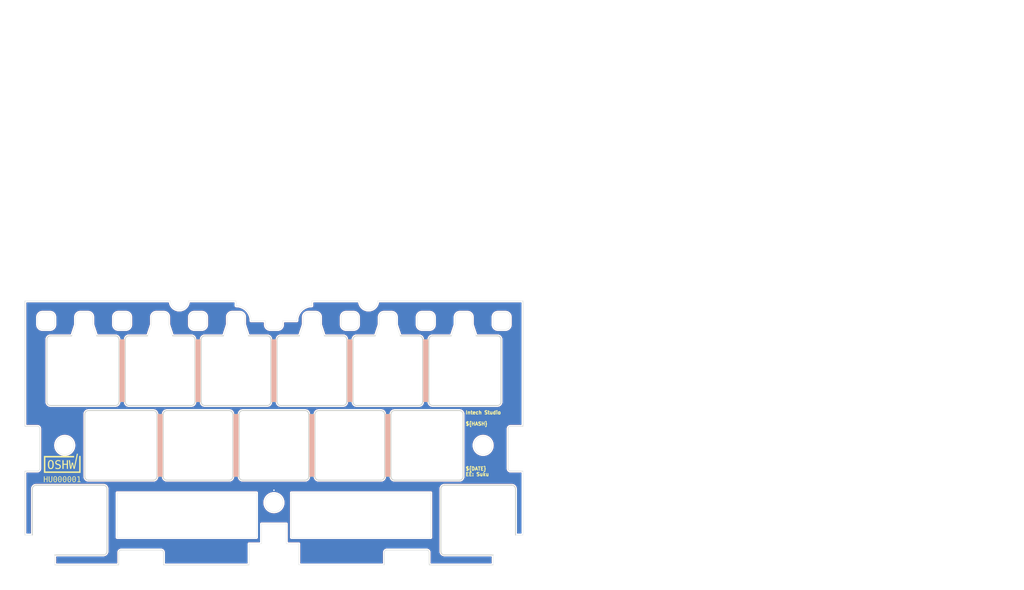
<source format=kicad_pcb>
(kicad_pcb (version 20241229) (generator "pcbnew") (generator_version "9.0")
  (layers (0 "F.Cu" signal) (2 "B.Cu" signal) (13 "F.Paste" user) (15 "B.Paste" user) (5 "F.SilkS" user "F.Silkscreen") (7 "B.SilkS" user "B.Silkscreen") (1 "F.Mask" user) (3 "B.Mask" user) (25 "Edge.Cuts" user))
  (net 0 "")
  (net 1 "GND")
  (footprint "suku_basics:OSHWA" (layer "F.Cu") (at 57.5 130.6)
    (property "Reference" "LOGO701" (hide yes))
    (property "Value" "OSHWA" (hide yes))
  )
  (gr_rect (start 107 119.7499) (end 108.24 132.2499) (stroke (width 0.05)) (fill yes) (layer "F.SilkS"))
  (gr_rect (start 114.62 104.75) (end 115.86 117.25) (stroke (width 0.05)) (fill yes) (layer "F.SilkS"))
  (gr_rect (start 129.86 104.75) (end 131.1 117.25) (stroke (width 0.05)) (fill yes) (layer "F.SilkS"))
  (gr_rect (start 68.9 104.75) (end 70.14 117.25) (stroke (width 0.05)) (fill yes) (layer "F.SilkS"))
  (gr_rect (start 84.14 104.75) (end 85.38 117.25) (stroke (width 0.05)) (fill yes) (layer "F.SilkS"))
  (gr_rect (start 91.76 119.75) (end 93 132.25) (stroke (width 0.05)) (fill yes) (layer "F.SilkS"))
  (gr_rect (start 99.38 104.75) (end 100.62 117.25) (stroke (width 0.05)) (fill yes) (layer "F.SilkS"))
  (gr_rect (start 76.52 119.7499) (end 77.76 132.2499) (stroke (width 0.05)) (fill yes) (layer "F.SilkS"))
  (gr_rect (start 122.24 119.75) (end 123.48 132.25) (stroke (width 0.05)) (fill yes) (layer "F.SilkS"))
  (gr_rect (start 114.62 104.75) (end 115.86 117.25) (stroke (width 0.05)) (fill yes) (layer "B.SilkS"))
  (gr_rect (start 76.52 119.7499) (end 77.76 132.2499) (stroke (width 0.05)) (fill yes) (layer "B.SilkS"))
  (gr_rect (start 99.38 104.75) (end 100.62 117.25) (stroke (width 0.05)) (fill yes) (layer "B.SilkS"))
  (gr_rect (start 68.9 104.75) (end 70.14 117.25) (stroke (width 0.05)) (fill yes) (layer "B.SilkS"))
  (gr_rect (start 129.86 104.75) (end 131.1 117.25) (stroke (width 0.05)) (fill yes) (layer "B.SilkS"))
  (gr_rect (start 107 119.7499) (end 108.24 132.2499) (stroke (width 0.05)) (fill yes) (layer "B.SilkS"))
  (gr_rect (start 122.24 119.75) (end 123.48 132.25) (stroke (width 0.05)) (fill yes) (layer "B.SilkS"))
  (gr_rect (start 84.14 104.75) (end 85.38 117.25) (stroke (width 0.05)) (fill yes) (layer "B.SilkS"))
  (gr_rect (start 91.76 119.75) (end 93 132.25) (stroke (width 0.05)) (fill yes) (layer "B.SilkS"))
  (gr_line (start 62.02 132.25) (end 62.02 119.75) (stroke (width 0.2)) (layer "Edge.Cuts"))
  (gr_arc (start 100.62 104.75) (mid 100.839677 104.219677) (end 101.37 104) (stroke (width 0.2)) (layer "Edge.Cuts"))
  (gr_line (start 106.25 119) (end 93.75 119) (stroke (width 0.2)) (layer "Edge.Cuts"))
  (gr_line (start 109.37 100.25) (end 109.37 101.75) (stroke (width 0.05)) (layer "Edge.Cuts"))
  (gr_line (start 52.53 101.749999) (end 52.53 100.249999) (stroke (width 0.05)) (layer "Edge.Cuts"))
  (gr_line (start 55.15 118) (end 68.15 118) (stroke (width 0.2)) (layer "Edge.Cuts"))
  (gr_arc (start 124.23 133) (mid 123.699695 132.78032) (end 123.48 132.25) (stroke (width 0.2)) (layer "Edge.Cuts"))
  (gr_arc (start 136.35 100.25) (mid 136.642893 99.542893) (end 137.35 99.25) (stroke (width 0.05)) (layer "Edge.Cuts"))
  (gr_arc (start 68.15 104) (mid 68.680355 104.21966) (end 68.9 104.75) (stroke (width 0.2)) (layer "Edge.Cuts"))
  (gr_line (start 146.47 102.75) (end 144.97 102.75) (stroke (width 0.05)) (layer "Edge.Cuts"))
  (gr_line (start 63.65 100.25) (end 63.65 101.75) (stroke (width 0.05)) (layer "Edge.Cuts"))
  (gr_arc (start 131.23 99.25) (mid 131.937107 99.542893) (end 132.23 100.25) (stroke (width 0.05)) (layer "Edge.Cuts"))
  (gr_line (start 85.38 117.25) (end 85.38 104.75) (stroke (width 0.2)) (layer "Edge.Cuts"))
  (gr_line (start 101.75 101) (end 101.75 101.75) (stroke (width 0.05)) (layer "Edge.Cuts"))
  (gr_arc (start 51.5 134.75) (mid 51.71968 134.219695) (end 52.25 134) (stroke (width 0.2)) (layer "Edge.Cuts"))
  (gr_line (start 132.23 100.25) (end 132.23 101.75) (stroke (width 0.05)) (layer "Edge.Cuts"))
  (gr_line (start 140.6 104) (end 139.85 101.75) (stroke (width 0.05)) (layer "Edge.Cuts"))
  (gr_line (start 129.11 104) (end 125.36 104) (stroke (width 0.2)) (layer "Edge.Cuts"))
  (gr_line (start 99.38 104.75) (end 99.38 117.25) (stroke (width 0.2)) (layer "Edge.Cuts"))
  (gr_circle (center 58 126) (end 59.85 126) (stroke (width 0.05)) (fill no) (layer "Edge.Cuts"))
  (gr_line (start 95.000001 145.750001) (end 95 150) (stroke (width 0.05)) (layer "Edge.Cuts"))
  (gr_line (start 106.87 99.25) (end 108.37 99.25) (stroke (width 0.05)) (layer "Edge.Cuts"))
  (gr_line (start 79.64 104) (end 78.89 101.75) (stroke (width 0.05)) (layer "Edge.Cuts"))
  (gr_line (start 134.2501 134) (end 147.75 134) (stroke (width 0.2)) (layer "Edge.Cuts"))
  (gr_line (start 76.39 99.25) (end 77.89 99.25) (stroke (width 0.05)) (layer "Edge.Cuts"))
  (gr_arc (start 91.01 119) (mid 91.540355 119.21966) (end 91.76 119.75) (stroke (width 0.2)) (layer "Edge.Cuts"))
  (gr_line (start 128.73 101.75) (end 128.73 100.25) (stroke (width 0.05)) (layer "Edge.Cuts"))
  (gr_line (start 137.23 119) (end 124.23 119) (stroke (width 0.2)) (layer "Edge.Cuts"))
  (gr_arc (start 132.23 101.75) (mid 131.937107 102.457107) (end 131.23 102.75) (stroke (width 0.05)) (layer "Edge.Cuts"))
  (gr_line (start 56.03 100.249999) (end 56.03 101.749999) (stroke (width 0.05)) (layer "Edge.Cuts"))
  (gr_arc (start 143.97 100.25) (mid 144.262893 99.542893) (end 144.97 99.25) (stroke (width 0.05)) (layer "Edge.Cuts"))
  (gr_line (start 83.39 118) (end 70.8901 118) (stroke (width 0.2)) (layer "Edge.Cuts"))
  (gr_line (start 55.15 104) (end 59.4 104) (stroke (width 0.2)) (layer "Edge.Cuts"))
  (gr_arc (start 98.63 104) (mid 99.160355 104.21966) (end 99.38 104.75) (stroke (width 0.2)) (layer "Edge.Cuts"))
  (gr_line (start 136.35 101.75) (end 136.35 100.25) (stroke (width 0.05)) (layer "Edge.Cuts"))
  (gr_line (start 96.5 135.5) (end 68.5 135.5) (stroke (width 0.05)) (layer "Edge.Cuts"))
  (gr_arc (start 123.48 119.75) (mid 123.699677 119.219677) (end 124.23 119) (stroke (width 0.2)) (layer "Edge.Cuts"))
  (gr_line (start 107.62 97) (end 117.15 97) (stroke (width 0.05)) (layer "Edge.Cuts"))
  (gr_line (start 129.73 99.25) (end 131.23 99.25) (stroke (width 0.05)) (layer "Edge.Cuts"))
  (gr_line (start 116.99 100.25) (end 116.99 101.75) (stroke (width 0.05)) (layer "Edge.Cuts"))
  (gr_line (start 68.83 150) (end 56 150) (stroke (width 0.1)) (layer "Edge.Cuts"))
  (gr_line (start 131.5 135.5) (end 103.5 135.5) (stroke (width 0.05)) (layer "Edge.Cuts"))
  (gr_arc (start 55.15 118) (mid 54.619695 117.78032) (end 54.4 117.25) (stroke (width 0.2)) (layer "Edge.Cuts"))
  (gr_arc (start 116.99 101.75) (mid 116.697107 102.457107) (end 115.99 102.75) (stroke (width 0.05)) (layer "Edge.Cuts"))
  (gr_line (start 130.67 147) (end 122.67 147) (stroke (width 0.1)) (layer "Edge.Cuts"))
  (gr_arc (start 113.49 100.25) (mid 113.782893 99.542893) (end 114.49 99.25) (stroke (width 0.05)) (layer "Edge.Cuts"))
  (gr_line (start 102.5 141.75) (end 102.5 145.75) (stroke (width 0.05)) (layer "Edge.Cuts"))
  (gr_line (start 65.7501 148) (end 56 148) (stroke (width 0.2)) (layer "Edge.Cuts"))
  (gr_line (start 120.36 104) (end 121.11 101.75) (stroke (width 0.05)) (layer "Edge.Cuts"))
  (gr_arc (start 55.03 99.249999) (mid 55.737107 99.542892) (end 56.03 100.249999) (stroke (width 0.05)) (layer "Edge.Cuts"))
  (gr_arc (start 106.25 119) (mid 106.780355 119.21966) (end 107 119.75) (stroke (width 0.2)) (layer "Edge.Cuts"))
  (gr_line (start 66.5 147.25) (end 66.5 134.75) (stroke (width 0.2)) (layer "Edge.Cuts"))
  (gr_arc (start 147 122.67) (mid 147.146447 122.316447) (end 147.5 122.17) (stroke (width 0.1)) (layer "Edge.Cuts"))
  (gr_line (start 92.38 97) (end 92.38 98) (stroke (width 0.05)) (layer "Edge.Cuts"))
  (gr_line (start 150 97) (end 120.85 97) (stroke (width 0.05)) (layer "Edge.Cuts"))
  (gr_arc (start 129.86 117.25) (mid 129.640337 117.780337) (end 129.11 118) (stroke (width 0.2)) (layer "Edge.Cuts"))
  (gr_arc (start 62.02 119.75) (mid 62.239677 119.219677) (end 62.77 119) (stroke (width 0.2)) (layer "Edge.Cuts"))
  (gr_line (start 56 150) (end 56 148) (stroke (width 0.05)) (layer "Edge.Cuts"))
  (gr_arc (start 53 130.67) (mid 52.853553 131.023553) (end 52.5 131.17) (stroke (width 0.1)) (layer "Edge.Cuts"))
  (gr_line (start 144.8501 104) (end 140.6 104) (stroke (width 0.2)) (layer "Edge.Cuts"))
  (gr_line (start 133.5 147.25) (end 133.5 134.7501) (stroke (width 0.2)) (layer "Edge.Cuts"))
  (gr_arc (start 53.53 102.749999) (mid 52.822893 102.457106) (end 52.53 101.749999) (stroke (width 0.05)) (layer "Edge.Cuts"))
  (gr_line (start 129.86 104.75) (end 129.86 117.25) (stroke (width 0.2)) (layer "Edge.Cuts"))
  (gr_line (start 101.37 104) (end 105.12 104) (stroke (width 0.2)) (layer "Edge.Cuts"))
  (gr_line (start 79.15 97) (end 50 97) (stroke (width 0.05)) (layer "Edge.Cuts"))
  (gr_line (start 62.7701 133) (end 75.77 133) (stroke (width 0.2)) (layer "Edge.Cuts"))
  (gr_arc (start 90.63 100.25) (mid 90.922893 99.542893) (end 91.63 99.25) (stroke (width 0.05)) (layer "Edge.Cuts"))
  (gr_line (start 90.63 101.75) (end 90.63 100.25) (stroke (width 0.05)) (layer "Edge.Cuts"))
  (gr_arc (start 137.23 119) (mid 137.760355 119.21966) (end 137.98 119.75) (stroke (width 0.2)) (layer "Edge.Cuts"))
  (gr_arc (start 91.76 132.25) (mid 91.540337 132.780337) (end 91.01 133) (stroke (width 0.2)) (layer "Edge.Cuts"))
  (gr_line (start 116.61 104) (end 120.36 104) (stroke (width 0.2)) (layer "Edge.Cuts"))
  (gr_arc (start 115.99 99.25) (mid 116.697107 99.542893) (end 116.99 100.25) (stroke (width 0.05)) (layer "Edge.Cuts"))
  (gr_line (start 70.14 117.25) (end 70.14 104.75) (stroke (width 0.2)) (layer "Edge.Cuts"))
  (gr_arc (start 146.47 99.25) (mid 147.177107 99.542893) (end 147.47 100.25) (stroke (width 0.05)) (layer "Edge.Cuts"))
  (gr_line (start 86.13 104) (end 89.88 104) (stroke (width 0.2)) (layer "Edge.Cuts"))
  (gr_arc (start 56.03 101.749999) (mid 55.737107 102.457106) (end 55.03 102.749999) (stroke (width 0.05)) (layer "Edge.Cuts"))
  (gr_line (start 83.01 101.75) (end 83.01 100.25) (stroke (width 0.05)) (layer "Edge.Cuts"))
  (gr_arc (start 107 132.25) (mid 106.780337 132.780337) (end 106.25 133) (stroke (width 0.2)) (layer "Edge.Cuts"))
  (gr_line (start 84.14 104.75) (end 84.14 117.25) (stroke (width 0.2)) (layer "Edge.Cuts"))
  (gr_line (start 68.5 144.5) (end 96.5 144.5) (stroke (width 0.05)) (layer "Edge.Cuts"))
  (gr_line (start 147.47 100.25) (end 147.47 101.75) (stroke (width 0.05)) (layer "Edge.Cuts"))
  (gr_arc (start 67.77 100.249999) (mid 68.062893 99.542892) (end 68.77 99.249999) (stroke (width 0.05)) (layer "Edge.Cuts"))
  (gr_line (start 55.03 102.749999) (end 53.53 102.749999) (stroke (width 0.05)) (layer "Edge.Cuts"))
  (gr_arc (start 52.5 122.17) (mid 52.853553 122.316447) (end 53 122.67) (stroke (width 0.1)) (layer "Edge.Cuts"))
  (gr_arc (start 84.14 117.25) (mid 83.920337 117.780337) (end 83.39 118) (stroke (width 0.2)) (layer "Edge.Cuts"))
  (gr_line (start 75.39 101.75) (end 75.39 100.25) (stroke (width 0.05)) (layer "Edge.Cuts"))
  (gr_line (start 121.11 101.75) (end 121.11 100.25) (stroke (width 0.05)) (layer "Edge.Cuts"))
  (gr_line (start 145.6 104.75) (end 145.6 117.25) (stroke (width 0.2)) (layer "Edge.Cuts"))
  (gr_line (start 77.33 147) (end 69.33 147) (stroke (width 0.1)) (layer "Edge.Cuts"))
  (gr_line (start 101.75 101) (end 104.62 101) (stroke (width 0.05)) (layer "Edge.Cuts"))
  (gr_line (start 91.76 119.75) (end 91.76 132.25) (stroke (width 0.2)) (layer "Edge.Cuts"))
  (gr_arc (start 77.89 99.25) (mid 78.597107 99.542893) (end 78.89 100.25) (stroke (width 0.05)) (layer "Edge.Cuts"))
  (gr_line (start 137.35 99.25) (end 138.85 99.25) (stroke (width 0.05)) (layer "Edge.Cuts"))
  (gr_line (start 122.17 150) (end 104.999999 150) (stroke (width 0.05)) (layer "Edge.Cuts"))
  (gr_arc (start 75.77 119) (mid 76.300355 119.21966) (end 76.52 119.75) (stroke (width 0.2)) (layer "Edge.Cuts"))
  (gr_arc (start 85.38 104.75) (mid 85.599677 104.219677) (end 86.13 104) (stroke (width 0.2)) (layer "Edge.Cuts"))
  (gr_arc (start 104.62 101) (mid 105.49868 98.87868) (end 107.62 98) (stroke (width 0.05)) (layer "Edge.Cuts"))
  (gr_arc (start 52.53 100.249999) (mid 52.822893 99.542892) (end 53.53 99.249999) (stroke (width 0.05)) (layer "Edge.Cuts"))
  (gr_arc (start 138.85 99.25) (mid 139.557107 99.542893) (end 139.85 100.25) (stroke (width 0.05)) (layer "Edge.Cuts"))
  (gr_arc (start 131.85 118) (mid 131.319695 117.78032) (end 131.1 117.25) (stroke (width 0.2)) (layer "Edge.Cuts"))
  (gr_arc (start 99.25 102.75) (mid 98.542893 102.457107) (end 98.25 101.75) (stroke (width 0.05)) (layer "Edge.Cuts"))
  (gr_line (start 110.12 104) (end 109.37 101.75) (stroke (width 0.05)) (layer "Edge.Cuts"))
  (gr_arc (start 93 119.75) (mid 93.219677 119.219677) (end 93.75 119) (stroke (width 0.2)) (layer "Edge.Cuts"))
  (gr_line (start 93 132.25) (end 93 119.75) (stroke (width 0.2)) (layer "Edge.Cuts"))
  (gr_line (start 144.85 118) (end 131.8501 118) (stroke (width 0.2)) (layer "Edge.Cuts"))
  (gr_arc (start 144.97 102.75) (mid 144.262893 102.457107) (end 143.97 101.75) (stroke (width 0.05)) (layer "Edge.Cuts"))
  (gr_line (start 94.13 100.25) (end 94.13 101.75) (stroke (width 0.05)) (layer "Edge.Cuts"))
  (gr_line (start 137.98 119.75) (end 137.98 132.25) (stroke (width 0.2)) (layer "Edge.Cuts"))
  (gr_line (start 131.23 102.75) (end 129.73 102.75) (stroke (width 0.05)) (layer "Edge.Cuts"))
  (gr_arc (start 120.85 97) (mid 119 98.85) (end 117.15 97) (stroke (width 0.05)) (layer "Edge.Cuts"))
  (gr_line (start 94.88 104) (end 94.13 101.75) (stroke (width 0.05)) (layer "Edge.Cuts"))
  (gr_line (start 52.2501 134) (end 65.75 134) (stroke (width 0.2)) (layer "Edge.Cuts"))
  (gr_line (start 91.63 99.25) (end 93.13 99.25) (stroke (width 0.05)) (layer "Edge.Cuts"))
  (gr_line (start 98.63 104) (end 94.88 104) (stroke (width 0.2)) (layer "Edge.Cuts"))
  (gr_arc (start 128.73 100.25) (mid 129.022893 99.542893) (end 129.73 99.25) (stroke (width 0.05)) (layer "Edge.Cuts"))
  (gr_arc (start 76.52 132.25) (mid 76.300337 132.780337) (end 75.77 133) (stroke (width 0.2)) (layer "Edge.Cuts"))
  (gr_arc (start 137.98 132.25) (mid 137.760337 132.780337) (end 137.23 133) (stroke (width 0.2)) (layer "Edge.Cuts"))
  (gr_line (start 125.36 104) (end 124.61 101.75) (stroke (width 0.05)) (layer "Edge.Cuts"))
  (gr_arc (start 129.11 104) (mid 129.640355 104.21966) (end 129.86 104.75) (stroke (width 0.2)) (layer "Edge.Cuts"))
  (gr_line (start 100.62 117.25) (end 100.62 104.75) (stroke (width 0.2)) (layer "Edge.Cuts"))
  (gr_arc (start 114.62 117.25) (mid 114.400337 117.780337) (end 113.87 118) (stroke (width 0.2)) (layer "Edge.Cuts"))
  (gr_line (start 105.87 101.75) (end 105.87 100.25) (stroke (width 0.05)) (layer "Edge.Cuts"))
  (gr_line (start 59.4 104) (end 60.15 101.75) (stroke (width 0.05)) (layer "Edge.Cuts"))
  (gr_arc (start 147.5 131.17) (mid 147.146447 131.023553) (end 147 130.67) (stroke (width 0.1)) (layer "Edge.Cuts"))
  (gr_arc (start 71.27 101.749999) (mid 70.977107 102.457106) (end 70.27 102.749999) (stroke (width 0.05)) (layer "Edge.Cuts"))
  (gr_arc (start 93.13 99.25) (mid 93.837107 99.542893) (end 94.13 100.25) (stroke (width 0.05)) (layer "Edge.Cuts"))
  (gr_arc (start 108.37 99.25) (mid 109.077107 99.542893) (end 109.37 100.25) (stroke (width 0.05)) (layer "Edge.Cuts"))
  (gr_line (start 150 97) (end 150 122.17) (stroke (width 0.1)) (layer "Edge.Cuts"))
  (gr_line (start 76.52 119.75) (end 76.52 132.25) (stroke (width 0.2)) (layer "Edge.Cuts"))
  (gr_line (start 113.87 104) (end 110.12 104) (stroke (width 0.2)) (layer "Edge.Cuts"))
  (gr_arc (start 114.49 102.75) (mid 113.782893 102.457107) (end 113.49 101.75) (stroke (width 0.05)) (layer "Edge.Cuts"))
  (gr_line (start 52.5 122.17) (end 50 122.17) (stroke (width 0.1)) (layer "Edge.Cuts"))
  (gr_arc (start 129.73 102.75) (mid 129.022893 102.457107) (end 128.73 101.75) (stroke (width 0.05)) (layer "Edge.Cuts"))
  (gr_line (start 144 148) (end 144 150) (stroke (width 0.05)) (layer "Edge.Cuts"))
  (gr_arc (start 115.86 104.75) (mid 116.079677 104.219677) (end 116.61 104) (stroke (width 0.2)) (layer "Edge.Cuts"))
  (gr_arc (start 122.24 132.25) (mid 122.020337 132.780337) (end 121.49 133) (stroke (width 0.2)) (layer "Edge.Cuts"))
  (gr_arc (start 70.89 118) (mid 70.359695 117.78032) (end 70.14 117.25) (stroke (width 0.2)) (layer "Edge.Cuts"))
  (gr_arc (start 84.01 102.75) (mid 83.302893 102.457107) (end 83.01 101.75) (stroke (width 0.05)) (layer "Edge.Cuts"))
  (gr_line (start 68.83 147.5) (end 68.83 150) (stroke (width 0.1)) (layer "Edge.Cuts"))
  (gr_arc (start 54.4 104.75) (mid 54.619677 104.219677) (end 55.15 104) (stroke (width 0.2)) (layer "Edge.Cuts"))
  (gr_arc (start 70.14 104.75) (mid 70.359677 104.219677) (end 70.89 104) (stroke (width 0.2)) (layer "Edge.Cuts"))
  (gr_line (start 107.62 97) (end 107.62 98) (stroke (width 0.05)) (layer "Edge.Cuts"))
  (gr_line (start 103.5 135.5) (end 103.5 144.5) (stroke (width 0.05)) (layer "Edge.Cuts"))
  (gr_line (start 131.5 135.5) (end 131.5 144.5) (stroke (width 0.05)) (layer "Edge.Cuts"))
  (gr_line (start 139.85 100.25) (end 139.85 101.75) (stroke (width 0.05)) (layer "Edge.Cuts"))
  (gr_line (start 50 131.17) (end 52.5 131.17) (stroke (width 0.1)) (layer "Edge.Cuts"))
  (gr_arc (start 93.75 133) (mid 93.219695 132.78032) (end 93 132.25) (stroke (width 0.2)) (layer "Edge.Cuts"))
  (gr_line (start 71.27 100.249999) (end 71.27 101.749999) (stroke (width 0.05)) (layer "Edge.Cuts"))
  (gr_line (start 124.23 133) (end 137.23 133) (stroke (width 0.2)) (layer "Edge.Cuts"))
  (gr_arc (start 134.25 148) (mid 133.719663 147.780337) (end 133.5 147.25) (stroke (width 0.2)) (layer "Edge.Cuts"))
  (gr_arc (start 62.65 99.25) (mid 63.357107 99.542893) (end 63.65 100.25) (stroke (width 0.05)) (layer "Edge.Cuts"))
  (gr_line (start 129.11 118) (end 116.6101 118) (stroke (width 0.2)) (layer "Edge.Cuts"))
  (gr_line (start 89.88 104) (end 90.63 101.75) (stroke (width 0.05)) (layer "Edge.Cuts"))
  (gr_line (start 115.86 117.25) (end 115.86 104.75) (stroke (width 0.2)) (layer "Edge.Cuts"))
  (gr_arc (start 86.51 101.75) (mid 86.217107 102.457107) (end 85.51 102.75) (stroke (width 0.05)) (layer "Edge.Cuts"))
  (gr_arc (start 121.11 100.25) (mid 121.402893 99.542893) (end 122.11 99.25) (stroke (width 0.05)) (layer "Edge.Cuts"))
  (gr_arc (start 116.61 118) (mid 116.079695 117.78032) (end 115.86 117.25) (stroke (width 0.2)) (layer "Edge.Cuts"))
  (gr_line (start 131.85 104) (end 135.6 104) (stroke (width 0.2)) (layer "Edge.Cuts"))
  (gr_arc (start 75.39 100.25) (mid 75.682893 99.542893) (end 76.39 99.25) (stroke (width 0.05)) (layer "Edge.Cuts"))
  (gr_arc (start 147.47 101.75) (mid 147.177107 102.457107) (end 146.47 102.75) (stroke (width 0.05)) (layer "Edge.Cuts"))
  (gr_line (start 147 122.67) (end 147 130.67) (stroke (width 0.1)) (layer "Edge.Cuts"))
  (gr_line (start 131.17 150) (end 131.17 147.5) (stroke (width 0.1)) (layer "Edge.Cuts"))
  (gr_line (start 78.89 100.25) (end 78.89 101.75) (stroke (width 0.05)) (layer "Edge.Cuts"))
  (gr_line (start 74.64 104) (end 75.39 101.75) (stroke (width 0.05)) (layer "Edge.Cuts"))
  (gr_arc (start 131.1 104.75) (mid 131.319677 104.219677) (end 131.85 104) (stroke (width 0.2)) (layer "Edge.Cuts"))
  (gr_arc (start 68.77 102.749999) (mid 68.062893 102.457106) (end 67.77 101.749999) (stroke (width 0.05)) (layer "Edge.Cuts"))
  (gr_line (start 51.5 134.75) (end 51.5 144) (stroke (width 0.2)) (layer "Edge.Cuts"))
  (gr_line (start 78.51 133) (end 91.01 133) (stroke (width 0.2)) (layer "Edge.Cuts"))
  (gr_arc (start 70.27 99.249999) (mid 70.977107 99.542892) (end 71.27 100.249999) (stroke (width 0.05)) (layer "Edge.Cuts"))
  (gr_line (start 150 122.17) (end 147.5 122.17) (stroke (width 0.1)) (layer "Edge.Cuts"))
  (gr_line (start 67.77 101.749999) (end 67.77 100.249999) (stroke (width 0.05)) (layer "Edge.Cuts"))
  (gr_line (start 75.77 119) (end 62.77 119) (stroke (width 0.2)) (layer "Edge.Cuts"))
  (gr_line (start 86.13 118) (end 98.63 118) (stroke (width 0.2)) (layer "Edge.Cuts"))
  (gr_arc (start 92.38 98) (mid 94.50132 98.87868) (end 95.38 101) (stroke (width 0.05)) (layer "Edge.Cuts"))
  (gr_arc (start 77.33 147) (mid 77.683553 147.146447) (end 77.83 147.5) (stroke (width 0.1)) (layer "Edge.Cuts"))
  (gr_arc (start 82.85 97) (mid 81 98.85) (end 79.15 97) (stroke (width 0.05)) (layer "Edge.Cuts"))
  (gr_line (start 93.75 133) (end 106.25 133) (stroke (width 0.2)) (layer "Edge.Cuts"))
  (gr_line (start 122.24 119.75) (end 122.24 132.25) (stroke (width 0.2)) (layer "Edge.Cuts"))
  (gr_arc (start 83.39 104) (mid 83.920355 104.21966) (end 84.14 104.75) (stroke (width 0.2)) (layer "Edge.Cuts"))
  (gr_arc (start 68.9 117.25) (mid 68.680337 117.780337) (end 68.15 118) (stroke (width 0.2)) (layer "Edge.Cuts"))
  (gr_line (start 84.01 99.25) (end 85.51 99.25) (stroke (width 0.05)) (layer "Edge.Cuts"))
  (gr_line (start 68.15 104) (end 64.4 104) (stroke (width 0.2)) (layer "Edge.Cuts"))
  (gr_line (start 147.5 131.17) (end 150 131.17) (stroke (width 0.1)) (layer "Edge.Cuts"))
  (gr_line (start 144 150) (end 131.17 150) (stroke (width 0.1)) (layer "Edge.Cuts"))
  (gr_line (start 68.5 135.5) (end 68.5 144.5) (stroke (width 0.05)) (layer "Edge.Cuts"))
  (gr_line (start 97.5 141.75) (end 102.5 141.75) (stroke (width 0.05)) (layer "Edge.Cuts"))
  (gr_line (start 100.75 102.75) (end 99.25 102.75) (stroke (width 0.05)) (layer "Edge.Cuts"))
  (gr_arc (start 108.24 119.75) (mid 108.459677 119.219677) (end 108.99 119) (stroke (width 0.2)) (layer "Edge.Cuts"))
  (gr_arc (start 85.51 99.25) (mid 86.217107 99.542893) (end 86.51 100.25) (stroke (width 0.05)) (layer "Edge.Cuts"))
  (gr_arc (start 133.5 134.75) (mid 133.71968 134.219695) (end 134.25 134) (stroke (width 0.2)) (layer "Edge.Cuts"))
  (gr_line (start 144.97 99.25) (end 146.47 99.25) (stroke (width 0.05)) (layer "Edge.Cuts"))
  (gr_line (start 83.39 104) (end 79.64 104) (stroke (width 0.2)) (layer "Edge.Cuts"))
  (gr_line (start 77.83 150) (end 77.83 147.5) (stroke (width 0.1)) (layer "Edge.Cuts"))
  (gr_line (start 77.76 132.25) (end 77.76 119.75) (stroke (width 0.2)) (layer "Edge.Cuts"))
  (gr_line (start 68.9 104.75) (end 68.9 117.25) (stroke (width 0.2)) (layer "Edge.Cuts"))
  (gr_arc (start 77.76 119.75) (mid 77.979677 119.219677) (end 78.51 119) (stroke (width 0.2)) (layer "Edge.Cuts"))
  (gr_arc (start 108.99 133) (mid 108.459695 132.78032) (end 108.24 132.25) (stroke (width 0.2)) (layer "Edge.Cuts"))
  (gr_line (start 114.49 99.25) (end 115.99 99.25) (stroke (width 0.05)) (layer "Edge.Cuts"))
  (gr_arc (start 65.75 134) (mid 66.280323 134.219677) (end 66.5 134.75) (stroke (width 0.2)) (layer "Edge.Cuts"))
  (gr_arc (start 145.6 117.25) (mid 145.380337 117.780337) (end 144.85 118) (stroke (width 0.2)) (layer "Edge.Cuts"))
  (gr_arc (start 147.75 134) (mid 148.280323 134.219677) (end 148.5 134.75) (stroke (width 0.2)) (layer "Edge.Cuts"))
  (gr_line (start 113.49 101.75) (end 113.49 100.25) (stroke (width 0.05)) (layer "Edge.Cuts"))
  (gr_line (start 54.4 117.25) (end 54.4 104.75) (stroke (width 0.2)) (layer "Edge.Cuts"))
  (gr_line (start 60.15 101.75) (end 60.15 100.25) (stroke (width 0.05)) (layer "Edge.Cuts"))
  (gr_line (start 97.5 145.75) (end 95.000001 145.750001) (stroke (width 0.05)) (layer "Edge.Cuts"))
  (gr_line (start 64.4 104) (end 63.65 101.75) (stroke (width 0.05)) (layer "Edge.Cuts"))
  (gr_line (start 115.99 102.75) (end 114.49 102.75) (stroke (width 0.05)) (layer "Edge.Cuts"))
  (gr_arc (start 86.13 118) (mid 85.599695 117.78032) (end 85.38 117.25) (stroke (width 0.2)) (layer "Edge.Cuts"))
  (gr_line (start 50 122.17) (end 50 97) (stroke (width 0.1)) (layer "Edge.Cuts"))
  (gr_arc (start 144.85 104) (mid 145.380355 104.21966) (end 145.6 104.75) (stroke (width 0.2)) (layer "Edge.Cuts"))
  (gr_arc (start 66.5 147.25) (mid 66.28034 147.780355) (end 65.75 148) (stroke (width 0.2)) (layer "Edge.Cuts"))
  (gr_arc (start 122.17 147.5) (mid 122.316447 147.146447) (end 122.67 147) (stroke (width 0.1)) (layer "Edge.Cuts"))
  (gr_line (start 122.11 99.25) (end 123.61 99.25) (stroke (width 0.05)) (layer "Edge.Cuts"))
  (gr_line (start 108.24 132.25) (end 108.24 119.75) (stroke (width 0.2)) (layer "Edge.Cuts"))
  (gr_line (start 70.89 104) (end 74.64 104) (stroke (width 0.2)) (layer "Edge.Cuts"))
  (gr_line (start 135.6 104) (end 136.35 101.75) (stroke (width 0.05)) (layer "Edge.Cuts"))
  (gr_arc (start 105.87 100.25) (mid 106.162893 99.542893) (end 106.87 99.25) (stroke (width 0.05)) (layer "Edge.Cuts"))
  (gr_line (start 85.51 102.75) (end 84.01 102.75) (stroke (width 0.05)) (layer "Edge.Cuts"))
  (gr_arc (start 62.77 133) (mid 62.239695 132.78032) (end 62.02 132.25) (stroke (width 0.2)) (layer "Edge.Cuts"))
  (gr_circle (center 142 126) (end 143.85 126) (stroke (width 0.05)) (fill no) (layer "Edge.Cuts"))
  (gr_line (start 86.51 100.25) (end 86.51 101.75) (stroke (width 0.05)) (layer "Edge.Cuts"))
  (gr_line (start 150 144) (end 148.5 144) (stroke (width 0.05)) (layer "Edge.Cuts"))
  (gr_line (start 61.15 99.25) (end 62.65 99.25) (stroke (width 0.05)) (layer "Edge.Cuts"))
  (gr_line (start 108.99 119) (end 121.49 119) (stroke (width 0.2)) (layer "Edge.Cuts"))
  (gr_line (start 70.27 102.749999) (end 68.77 102.749999) (stroke (width 0.05)) (layer "Edge.Cuts"))
  (gr_arc (start 83.01 100.25) (mid 83.302893 99.542893) (end 84.01 99.25) (stroke (width 0.05)) (layer "Edge.Cuts"))
  (gr_line (start 105 145.750002) (end 104.999999 150) (stroke (width 0.05)) (layer "Edge.Cuts"))
  (gr_line (start 124.61 100.25) (end 124.61 101.75) (stroke (width 0.05)) (layer "Edge.Cuts"))
  (gr_line (start 91.01 119) (end 78.51 119) (stroke (width 0.2)) (layer "Edge.Cuts"))
  (gr_arc (start 130.67 147) (mid 131.023553 147.146447) (end 131.17 147.5) (stroke (width 0.1)) (layer "Edge.Cuts"))
  (gr_line (start 53 130.67) (end 53 122.67) (stroke (width 0.1)) (layer "Edge.Cuts"))
  (gr_arc (start 60.15 100.25) (mid 60.442893 99.542893) (end 61.15 99.25) (stroke (width 0.05)) (layer "Edge.Cuts"))
  (gr_line (start 143.97 101.75) (end 143.97 100.25) (stroke (width 0.05)) (layer "Edge.Cuts"))
  (gr_line (start 95.38 101) (end 98.25 101) (stroke (width 0.05)) (layer "Edge.Cuts"))
  (gr_line (start 123.48 132.25) (end 123.48 119.75) (stroke (width 0.2)) (layer "Edge.Cuts"))
  (gr_line (start 103.5 144.5) (end 131.5 144.5) (stroke (width 0.05)) (layer "Edge.Cuts"))
  (gr_line (start 50 144) (end 50 131.17) (stroke (width 0.1)) (layer "Edge.Cuts"))
  (gr_line (start 95 150) (end 77.83 150) (stroke (width 0.1)) (layer "Edge.Cuts"))
  (gr_line (start 131.1 117.25) (end 131.1 104.75) (stroke (width 0.2)) (layer "Edge.Cuts"))
  (gr_line (start 150 131.17) (end 150 144) (stroke (width 0.05)) (layer "Edge.Cuts"))
  (gr_line (start 107 119.75) (end 107 132.25) (stroke (width 0.2)) (layer "Edge.Cuts"))
  (gr_arc (start 121.49 119) (mid 122.020355 119.21966) (end 122.24 119.75) (stroke (width 0.2)) (layer "Edge.Cuts"))
  (gr_line (start 105 145.750002) (end 102.5 145.75) (stroke (width 0.05)) (layer "Edge.Cuts"))
  (gr_line (start 113.87 118) (end 101.37 118) (stroke (width 0.2)) (layer "Edge.Cuts"))
  (gr_line (start 105.12 104) (end 105.87 101.75) (stroke (width 0.05)) (layer "Edge.Cuts"))
  (gr_line (start 53.53 99.249999) (end 55.03 99.249999) (stroke (width 0.05)) (layer "Edge.Cuts"))
  (gr_line (start 108.99 133) (end 121.49 133) (stroke (width 0.2)) (layer "Edge.Cuts"))
  (gr_line (start 98.25 101.75) (end 98.25 101) (stroke (width 0.05)) (layer "Edge.Cuts"))
  (gr_arc (start 68.83 147.5) (mid 68.976447 147.146447) (end 69.33 147) (stroke (width 0.1)) (layer "Edge.Cuts"))
  (gr_line (start 114.62 104.75) (end 114.62 117.25) (stroke (width 0.2)) (layer "Edge.Cuts"))
  (gr_line (start 97.5 145.75) (end 97.5 141.75) (stroke (width 0.05)) (layer "Edge.Cuts"))
  (gr_arc (start 113.87 104) (mid 114.400355 104.21966) (end 114.62 104.75) (stroke (width 0.2)) (layer "Edge.Cuts"))
  (gr_arc (start 101.37 118) (mid 100.839695 117.78032) (end 100.62 117.25) (stroke (width 0.2)) (layer "Edge.Cuts"))
  (gr_line (start 51.5 144) (end 50 144) (stroke (width 0.05)) (layer "Edge.Cuts"))
  (gr_arc (start 101.75 101.75) (mid 101.457107 102.457107) (end 100.75 102.75) (stroke (width 0.05)) (layer "Edge.Cuts"))
  (gr_circle (center 100 137.5) (end 101.85 137.5) (stroke (width 0.05)) (fill no) (layer "Edge.Cuts"))
  (gr_line (start 68.77 99.249999) (end 70.27 99.249999) (stroke (width 0.05)) (layer "Edge.Cuts"))
  (gr_arc (start 123.61 99.25) (mid 124.317107 99.542893) (end 124.61 100.25) (stroke (width 0.05)) (layer "Edge.Cuts"))
  (gr_line (start 148.5 134.75) (end 148.5 144) (stroke (width 0.2)) (layer "Edge.Cuts"))
  (gr_line (start 82.85 97) (end 92.38 97) (stroke (width 0.05)) (layer "Edge.Cuts"))
  (gr_arc (start 99.38 117.25) (mid 99.160337 117.780337) (end 98.63 118) (stroke (width 0.2)) (layer "Edge.Cuts"))
  (gr_line (start 144 148) (end 134.25 148) (stroke (width 0.2)) (layer "Edge.Cuts"))
  (gr_line (start 122.17 147.5) (end 122.17 150) (stroke (width 0.1)) (layer "Edge.Cuts"))
  (gr_line (start 96.5 135.5) (end 96.5 144.5) (stroke (width 0.05)) (layer "Edge.Cuts"))
  (gr_arc (start 78.51 133) (mid 77.979695 132.78032) (end 77.76 132.25) (stroke (width 0.2)) (layer "Edge.Cuts"))
  (gr_text "Intech Studio\n${PROJECTNAME}\n${HASH}\n\n\n\n\n\n\n\n${DATE}\nEE: Suku" (at 138.4 119 0) (layer "F.SilkS") (effects (font (size 0.7 0.7) (thickness 0.175)) (justify left top)))
  (via (at 100 135) (size 0.5) (drill 0.3) (layers "F.Cu" "B.Cu") (net 1))
  (zone (net 1) (net_name "GND") (layer "F.Cu") (connect_pads (clearance 0.254)) (min_thickness 0.1524) (fill yes (thermal_gap 0.508) (thermal_bridge_width 0.254) (island_removal_mode 2) (island_area_min 10))
    (polygon (pts (xy 45 45) (xy 50 45) (xy 51 41) (xy 53 41) (xy 54 45) (xy 155 45) (xy 155 155) (xy 45 155)))
  )
  (zone (net 1) (net_name "GND") (layer "B.Cu") (connect_pads (clearance 0.254)) (min_thickness 0.1524) (fill yes (thermal_gap 0.508) (thermal_bridge_width 0.254) (island_removal_mode 2) (island_area_min 10))
    (polygon (pts (xy 45 45) (xy 50 45) (xy 59 45) (xy 60 41) (xy 62 41) (xy 63 45) (xy 155 45) (xy 155 155) (xy 45 155)))
  )
)
</source>
